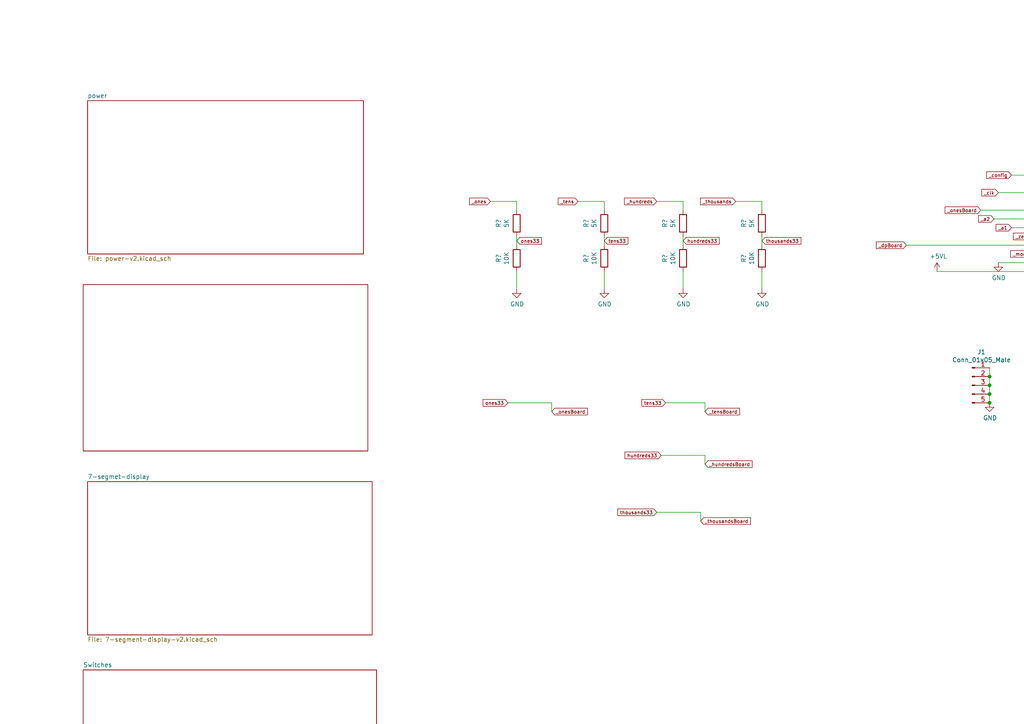
<source format=kicad_sch>
(kicad_sch (version 20230121) (generator eeschema)
  (paper "A4")
  (lib_symbols
    (symbol "menelaos-v2-rescue:+3.3V-power" (power) (pin_names (offset 0))
      (property "Value" "+3.3V-power" (at 0 3.556 0))
      (symbol "+3.3V-power_0_1"
        (polyline (pts (xy -0.762 1.27) (xy 0 2.54)))
        (polyline (pts (xy 0 0) (xy 0 2.54)))
        (polyline (pts (xy 0 2.54) (xy 0.762 1.27)))
      )
      (symbol "+3.3V-power_1_1"
        (pin power_in line (at 0 0 90) (length 0) hide (name "+3V3") (number "1"))
      )
    )
    (symbol "menelaos-v2-rescue:Conn_01x05_Male-Connector" (pin_names (offset 1.016) hide)
      (property "Reference" "J" (at 0 7.62 0))
      (property "Value" "Connector_Conn_01x05_Male" (at 0 -7.62 0))
      (symbol "Conn_01x05_Male-Connector_1_1"
        (polyline (pts (xy 1.27 -5.08) (xy 0.8636 -5.08)) (stroke (width 0.1524)))
        (polyline (pts (xy 1.27 -2.54) (xy 0.8636 -2.54)) (stroke (width 0.1524)))
        (polyline (pts (xy 1.27 0) (xy 0.8636 0)) (stroke (width 0.1524)))
        (polyline (pts (xy 1.27 2.54) (xy 0.8636 2.54)) (stroke (width 0.1524)))
        (polyline (pts (xy 1.27 5.08) (xy 0.8636 5.08)) (stroke (width 0.1524)))
        (rectangle (start 0.8636 -4.953) (end 0 -5.207) (stroke (width 0.1524)) (fill (type outline)))
        (rectangle (start 0.8636 -2.413) (end 0 -2.667) (stroke (width 0.1524)) (fill (type outline)))
        (rectangle (start 0.8636 0.127) (end 0 -0.127) (stroke (width 0.1524)) (fill (type outline)))
        (rectangle (start 0.8636 2.667) (end 0 2.413) (stroke (width 0.1524)) (fill (type outline)))
        (rectangle (start 0.8636 5.207) (end 0 4.953) (stroke (width 0.1524)) (fill (type outline)))
        (pin passive line (at 5.08 5.08 180) (length 3.81) (name "Pin_1") (number "1"))
        (pin passive line (at 5.08 2.54 180) (length 3.81) (name "Pin_2") (number "2"))
        (pin passive line (at 5.08 0 180) (length 3.81) (name "Pin_3") (number "3"))
        (pin passive line (at 5.08 -2.54 180) (length 3.81) (name "Pin_4") (number "4"))
        (pin passive line (at 5.08 -5.08 180) (length 3.81) (name "Pin_5") (number "5"))
      )
    )
    (symbol "menelaos-v2-rescue:ESP32-WROOM-32D-ariadne-ariadne-rescue" (pin_names (offset 1.016))
      (property "Reference" "U" (at 0 -21.59 0))
      (property "Value" "ariadne-rescue_ESP32-WROOM-32D-ariadne" (at 0 21.59 0))
      (symbol "ESP32-WROOM-32D-ariadne-ariadne-rescue_0_1"
        (rectangle (start -12.7 19.05) (end 12.7 -19.05))
      )
      (symbol "ESP32-WROOM-32D-ariadne-ariadne-rescue_1_1"
        (pin input line (at -15.24 17.78 0) (length 2.54) (name "EN") (number "1"))
        (pin input line (at -15.24 -5.08 0) (length 2.54) (name "D27") (number "10"))
        (pin input line (at -15.24 -7.62 0) (length 2.54) (name "D14") (number "11"))
        (pin input line (at -15.24 -10.16 0) (length 2.54) (name "D12") (number "12"))
        (pin input line (at -15.24 -12.7 0) (length 2.54) (name "D13") (number "13"))
        (pin input line (at -15.24 -15.24 0) (length 2.54) (name "GND") (number "14"))
        (pin input line (at -15.24 -17.78 0) (length 2.54) (name "VIN") (number "15"))
        (pin input line (at 15.24 -17.78 180) (length 2.54) (name "3V3") (number "16"))
        (pin input line (at 15.24 -15.24 180) (length 2.54) (name "GND") (number "17"))
        (pin input line (at 15.24 -12.7 180) (length 2.54) (name "D15") (number "18"))
        (pin input line (at 15.24 -10.16 180) (length 2.54) (name "D2") (number "19"))
        (pin input line (at -15.24 15.24 0) (length 2.54) (name "VP") (number "2"))
        (pin input line (at 15.24 -7.62 180) (length 2.54) (name "D4") (number "20"))
        (pin input line (at 15.24 -5.08 180) (length 2.54) (name "RX2") (number "21"))
        (pin input line (at 15.24 -2.54 180) (length 2.54) (name "TX2") (number "22"))
        (pin input line (at 15.24 0 180) (length 2.54) (name "D5") (number "23"))
        (pin input line (at 15.24 2.54 180) (length 2.54) (name "D18") (number "24"))
        (pin input line (at 15.24 5.08 180) (length 2.54) (name "D19") (number "25"))
        (pin input line (at 15.24 7.62 180) (length 2.54) (name "D21") (number "26"))
        (pin input line (at 15.24 10.16 180) (length 2.54) (name "RX0") (number "27"))
        (pin input line (at 15.24 12.7 180) (length 2.54) (name "TX0") (number "28"))
        (pin input line (at 15.24 15.24 180) (length 2.54) (name "D22") (number "29"))
        (pin input line (at -15.24 12.7 0) (length 2.54) (name "VN") (number "3"))
        (pin input line (at 15.24 17.78 180) (length 2.54) (name "D23") (number "30"))
        (pin input line (at -15.24 10.16 0) (length 2.54) (name "D34") (number "4"))
        (pin input line (at -15.24 7.62 0) (length 2.54) (name "D35") (number "5"))
        (pin input line (at -15.24 5.08 0) (length 2.54) (name "D32") (number "6"))
        (pin input line (at -15.24 2.54 0) (length 2.54) (name "D33") (number "7"))
        (pin input line (at -15.24 0 0) (length 2.54) (name "D25") (number "8"))
        (pin input line (at -15.24 -2.54 0) (length 2.54) (name "D26") (number "9"))
      )
    )
    (symbol "menelaos-v2-rescue:R-Device-upuaut_2Nils-rescue" (pin_numbers hide) (pin_names (offset 0))
      (property "Reference" "R" (at 2.032 0 90))
      (property "Value" "upuaut_2Nils-rescue_R-Device" (at 0 0 90))
      (symbol "R-Device-upuaut_2Nils-rescue_0_1"
        (rectangle (start -1.016 -2.54) (end 1.016 2.54) (stroke (width 0.254)))
      )
      (symbol "R-Device-upuaut_2Nils-rescue_1_1"
        (pin passive line (at 0 3.81 270) (length 1.27) (name "~") (number "1"))
        (pin passive line (at 0 -3.81 90) (length 1.27) (name "~") (number "2"))
      )
    )
    (symbol "power:+5VL" (power) (pin_names (offset 0))
      (property "Value" "+5VL" (at 0 3.556 0))
      (symbol "+5VL_0_1"
        (polyline (pts (xy -0.762 1.27) (xy 0 2.54)))
        (polyline (pts (xy 0 0) (xy 0 2.54)))
        (polyline (pts (xy 0 2.54) (xy 0.762 1.27)))
      )
      (symbol "+5VL_1_1"
        (pin power_in line (at 0 0 90) (length 0) hide (name "+5VL") (number "1"))
      )
    )
    (symbol "power:GND" (power) (pin_names (offset 0))
      (property "Value" "GND" (at 0 -3.81 0))
      (symbol "GND_0_1"
        (polyline (pts (xy 0 0) (xy 0 -1.27) (xy 1.27 -1.27) (xy 0 -2.54) (xy -1.27 -1.27) (xy 0 -1.27)))
      )
      (symbol "GND_1_1"
        (pin power_in line (at 0 0 270) (length 0) hide (name "GND") (number "1"))
      )
    )
    (symbol "power:PWR_FLAG" (power) (pin_numbers hide) (pin_names (offset 0) hide)
      (property "Value" "PWR_FLAG" (at 0 3.81 0))
      (symbol "PWR_FLAG_0_0"
        (pin power_out line (at 0 0 90) (length 0) (name "pwr") (number "1"))
      )
      (symbol "PWR_FLAG_0_1"
        (polyline (pts (xy 0 0) (xy 0 1.27) (xy -1.016 1.905) (xy 0 2.54) (xy 1.016 1.905) (xy 0 1.27)))
      )
    )
  )
  (junction (at 332.74 78.74))
  (junction (at 287.02 109.22))
  (junction (at 287.02 111.76))
  (junction (at 287.02 116.84))
  (junction (at 287.02 114.3))
  (no_connect (at 299.72 43.18))
  (no_connect (at 299.72 48.26))
  (no_connect (at 330.2 48.26))
  (no_connect (at 299.72 58.42))
  (no_connect (at 330.2 71.12))
  (no_connect (at 330.2 66.04))
  (no_connect (at 299.72 45.72))
  (no_connect (at 299.72 53.34))
  (no_connect (at 330.2 63.5))
  (no_connect (at 330.2 50.8))
  (wire (pts (xy 262.89 71.12) (xy 299.72 71.12)))
  (wire (pts (xy 330.2 76.2) (xy 368.3 76.2)))
  (wire (pts (xy 336.55 45.72) (xy 330.2 45.72)))
  (wire (pts (xy 287.02 109.22) (xy 287.02 111.76)))
  (wire (pts (xy 332.74 78.74) (xy 349.25 78.74)))
  (wire (pts (xy 198.12 71.12) (xy 198.12 68.58)))
  (wire (pts (xy 287.02 114.3) (xy 287.02 116.84)))
  (wire (pts (xy 293.37 50.8) (xy 299.72 50.8)))
  (wire (pts (xy 287.02 111.76) (xy 287.02 114.3)))
  (wire (pts (xy 293.37 66.04) (xy 299.72 66.04)))
  (wire (pts (xy 203.2 148.59) (xy 203.2 151.13)))
  (wire (pts (xy 330.2 78.74) (xy 332.74 78.74)))
  (wire (pts (xy 149.86 58.42) (xy 142.24 58.42)))
  (wire (pts (xy 368.3 76.2) (xy 368.3 77.47)))
  (wire (pts (xy 341.63 68.58) (xy 330.2 68.58)))
  (wire (pts (xy 220.98 60.96) (xy 220.98 58.42)))
  (wire (pts (xy 342.9 55.88) (xy 330.2 55.88)))
  (wire (pts (xy 198.12 60.96) (xy 198.12 58.42)))
  (wire (pts (xy 220.98 83.82) (xy 220.98 78.74)))
  (wire (pts (xy 149.86 71.12) (xy 149.86 68.58)))
  (wire (pts (xy 160.02 116.84) (xy 160.02 119.38)))
  (wire (pts (xy 289.56 76.2) (xy 299.72 76.2)))
  (wire (pts (xy 198.12 78.74) (xy 198.12 83.82)))
  (wire (pts (xy 336.55 53.34) (xy 330.2 53.34)))
  (wire (pts (xy 346.71 58.42) (xy 330.2 58.42)))
  (wire (pts (xy 204.47 116.84) (xy 204.47 119.38)))
  (wire (pts (xy 288.29 63.5) (xy 299.72 63.5)))
  (wire (pts (xy 340.36 73.66) (xy 330.2 73.66)))
  (wire (pts (xy 271.78 78.74) (xy 299.72 78.74)))
  (wire (pts (xy 175.26 60.96) (xy 175.26 58.42)))
  (wire (pts (xy 147.32 116.84) (xy 160.02 116.84)))
  (wire (pts (xy 204.47 132.08) (xy 204.47 134.62)))
  (wire (pts (xy 149.86 83.82) (xy 149.86 78.74)))
  (wire (pts (xy 287.02 106.68) (xy 287.02 109.22)))
  (wire (pts (xy 149.86 60.96) (xy 149.86 58.42)))
  (wire (pts (xy 175.26 58.42) (xy 167.64 58.42)))
  (wire (pts (xy 342.9 43.18) (xy 330.2 43.18)))
  (wire (pts (xy 220.98 71.12) (xy 220.98 68.58)))
  (wire (pts (xy 190.5 148.59) (xy 203.2 148.59)))
  (wire (pts (xy 336.55 60.96) (xy 330.2 60.96)))
  (wire (pts (xy 191.77 132.08) (xy 204.47 132.08)))
  (wire (pts (xy 220.98 58.42) (xy 213.36 58.42)))
  (wire (pts (xy 175.26 71.12) (xy 175.26 68.58)))
  (wire (pts (xy 175.26 83.82) (xy 175.26 78.74)))
  (wire (pts (xy 284.48 60.96) (xy 299.72 60.96)))
  (wire (pts (xy 198.12 58.42) (xy 190.5 58.42)))
  (wire (pts (xy 289.56 55.88) (xy 299.72 55.88)))
  (wire (pts (xy 193.04 116.84) (xy 204.47 116.84)))
  (global_label "_thousandsBoard" (shape input) (at 203.2 151.13 0) (effects (font (size 0.9906 0.9906))) (property "Intersheetrefs" "${INTERSHEET_REFS}" (effects hide)))
  (global_label "_a1" (shape input) (at 293.37 66.04 180) (effects (font (size 0.9906 0.9906))) (property "Intersheetrefs" "${INTERSHEET_REFS}" (effects hide)))
  (global_label "_onesBoard" (shape input) (at 160.02 119.38 0) (effects (font (size 0.9906 0.9906))) (property "Intersheetrefs" "${INTERSHEET_REFS}" (effects hide)))
  (global_label "ones33" (shape input) (at 147.32 116.84 180) (effects (font (size 0.9906 0.9906))) (property "Intersheetrefs" "${INTERSHEET_REFS}" (effects hide)))
  (global_label "hundreds33" (shape input) (at 198.12 69.85 0) (effects (font (size 0.9906 0.9906))) (property "Intersheetrefs" "${INTERSHEET_REFS}" (effects hide)))
  (global_label "_dpBoard" (shape input) (at 262.89 71.12 180) (effects (font (size 0.9906 0.9906))) (property "Intersheetrefs" "${INTERSHEET_REFS}" (effects hide)))
  (global_label "thousands33" (shape input) (at 220.98 69.85 0) (effects (font (size 0.9906 0.9906))) (property "Intersheetrefs" "${INTERSHEET_REFS}" (effects hide)))
  (global_label "ones33" (shape input) (at 149.86 69.85 0) (effects (font (size 0.9906 0.9906))) (property "Intersheetrefs" "${INTERSHEET_REFS}" (effects hide)))
  (global_label "_hundredsBoard" (shape input) (at 204.47 134.62 0) (effects (font (size 0.9906 0.9906))) (property "Intersheetrefs" "${INTERSHEET_REFS}" (effects hide)))
  (global_label "_mode" (shape input) (at 299.72 73.66 180) (effects (font (size 0.9906 0.9906))) (property "Intersheetrefs" "${INTERSHEET_REFS}" (effects hide)))
  (global_label "_tensBoard" (shape input) (at 342.9 43.18 0) (effects (font (size 0.9906 0.9906))) (property "Intersheetrefs" "${INTERSHEET_REFS}" (effects hide)))
  (global_label "_a4" (shape input) (at 342.9 55.88 0) (effects (font (size 0.9906 0.9906))) (property "Intersheetrefs" "${INTERSHEET_REFS}" (effects hide)))
  (global_label "_hundredsBoard" (shape input) (at 336.55 45.72 0) (effects (font (size 0.9906 0.9906))) (property "Intersheetrefs" "${INTERSHEET_REFS}" (effects hide)))
  (global_label "_chA" (shape input) (at 336.55 53.34 0) (effects (font (size 0.9906 0.9906))) (property "Intersheetrefs" "${INTERSHEET_REFS}" (effects hide)))
  (global_label "_zero" (shape input) (at 299.72 68.58 180) (effects (font (size 0.9906 0.9906))) (property "Intersheetrefs" "${INTERSHEET_REFS}" (effects hide)))
  (global_label "_onesBoard" (shape input) (at 284.48 60.96 180) (effects (font (size 0.9906 0.9906))) (property "Intersheetrefs" "${INTERSHEET_REFS}" (effects hide)))
  (global_label "_tensBoard" (shape input) (at 204.47 119.38 0) (effects (font (size 0.9906 0.9906))) (property "Intersheetrefs" "${INTERSHEET_REFS}" (effects hide)))
  (global_label "_thousandsBoard" (shape input) (at 341.63 68.58 0) (effects (font (size 0.9906 0.9906))) (property "Intersheetrefs" "${INTERSHEET_REFS}" (effects hide)))
  (global_label "thousands33" (shape input) (at 190.5 148.59 180) (effects (font (size 0.9906 0.9906))) (property "Intersheetrefs" "${INTERSHEET_REFS}" (effects hide)))
  (global_label "_a3" (shape input) (at 346.71 58.42 0) (effects (font (size 0.9906 0.9906))) (property "Intersheetrefs" "${INTERSHEET_REFS}" (effects hide)))
  (global_label "_a2" (shape input) (at 288.29 63.5 180) (effects (font (size 0.9906 0.9906))) (property "Intersheetrefs" "${INTERSHEET_REFS}" (effects hide)))
  (global_label "_save" (shape input) (at 340.36 73.66 0) (effects (font (size 0.9906 0.9906))) (property "Intersheetrefs" "${INTERSHEET_REFS}" (effects hide)))
  (global_label "_thousands" (shape input) (at 213.36 58.42 180) (effects (font (size 0.9906 0.9906))) (property "Intersheetrefs" "${INTERSHEET_REFS}" (effects hide)))
  (global_label "_clk" (shape input) (at 289.56 55.88 180) (effects (font (size 0.9906 0.9906))) (property "Intersheetrefs" "${INTERSHEET_REFS}" (effects hide)))
  (global_label "tens33" (shape input) (at 193.04 116.84 180) (effects (font (size 0.9906 0.9906))) (property "Intersheetrefs" "${INTERSHEET_REFS}" (effects hide)))
  (global_label "tens33" (shape input) (at 175.26 69.85 0) (effects (font (size 0.9906 0.9906))) (property "Intersheetrefs" "${INTERSHEET_REFS}" (effects hide)))
  (global_label "_ones" (shape input) (at 142.24 58.42 180) (effects (font (size 0.9906 0.9906))) (property "Intersheetrefs" "${INTERSHEET_REFS}" (effects hide)))
  (global_label "_config" (shape input) (at 293.37 50.8 180) (effects (font (size 0.9906 0.9906))) (property "Intersheetrefs" "${INTERSHEET_REFS}" (effects hide)))
  (global_label "hundreds33" (shape input) (at 191.77 132.08 180) (effects (font (size 0.9906 0.9906))) (property "Intersheetrefs" "${INTERSHEET_REFS}" (effects hide)))
  (global_label "_hundreds" (shape input) (at 190.5 58.42 180) (effects (font (size 0.9906 0.9906))) (property "Intersheetrefs" "${INTERSHEET_REFS}" (effects hide)))
  (global_label "_tens" (shape input) (at 167.64 58.42 180) (effects (font (size 0.9906 0.9906))) (property "Intersheetrefs" "${INTERSHEET_REFS}" (effects hide)))
  (global_label "_chB" (shape input) (at 336.55 60.96 0) (effects (font (size 0.9906 0.9906))) (property "Intersheetrefs" "${INTERSHEET_REFS}" (effects hide)))
  (symbol (lib_id "menelaos-v2-rescue:ESP32-WROOM-32D-ariadne-ariadne-rescue") (at 314.96 60.96 0) (unit 1)
    (property "Reference" "U24" (at 314.96 37.465 0))
    (property "Value" "ESP32-WROOM-32D" (at 314.96 39.7764 0))
    (property "Footprint" "ariadne:ESP32-DEVKIT" (effects hide))
  )
  (symbol (lib_id "power:GND") (at 289.56 76.2 0) (unit 1)
    (property "Reference" "#PWR015" (effects hide))
    (property "Value" "GND" (at 289.687 80.5942 0))
  )
  (symbol (lib_id "power:GND") (at 287.02 116.84 0) (unit 1)
    (property "Reference" "#PWR014" (effects hide))
    (property "Value" "GND" (at 287.147 121.2342 0))
  )
  (symbol (lib_id "menelaos-v2-rescue:Conn_01x05_Male-Connector") (at 281.94 111.76 0) (unit 1)
    (property "Reference" "J1" (at 284.6832 102.0826 0))
    (property "Value" "Conn_01x05_Male" (at 284.6832 104.394 0))
    (property "Footprint" "Connector_PinHeader_2.54mm:PinHeader_1x05_P2.54mm_Vertical" (effects hide))
  )
  (symbol (lib_id "menelaos-v2-rescue:+3.3V-power") (at 349.25 78.74 180) (unit 1)
    (property "Reference" "#PWR019" (effects hide))
    (property "Value" "+3.3V" (at 348.869 83.1342 0))
  )
  (symbol (lib_id "power:PWR_FLAG") (at 332.74 78.74 180) (unit 1)
    (property "Reference" "#FLG05" (effects hide))
    (property "Value" "PWR_FLAG" (at 332.74 83.1342 0))
  )
  (symbol (lib_id "power:GND") (at 368.3 77.47 0) (unit 1)
    (property "Reference" "#PWR0101" (effects hide))
    (property "Value" "GND" (at 368.427 81.8642 0))
  )
  (symbol (lib_id "power:+5VL") (at 271.78 78.74 0) (unit 1)
    (property "Reference" "#PWR0102" (effects hide))
    (property "Value" "+5VL" (at 272.161 74.3458 0))
  )
  (symbol (lib_id "menelaos-v2-rescue:R-Device-upuaut_2Nils-rescue") (at 149.86 64.77 0) (unit 1)
    (property "Reference" "R1" (at 144.6022 64.77 90))
    (property "Value" "5K" (at 146.9136 64.77 90))
    (property "Footprint" "Resistor_THT:R_Axial_DIN0204_L3.6mm_D1.6mm_P7.62mm_Horizontal" (effects hide))
    (instances (project "menelaos-rev3" (path "" (reference "R?") (unit 1)) (path "" (reference "R?") (unit 1))) (project "menelaos-v2" (path "" (reference "R?") (unit 1)) (path "" (reference "R1") (unit 1))))
  )
  (symbol (lib_id "menelaos-v2-rescue:R-Device-upuaut_2Nils-rescue") (at 149.86 74.93 0) (unit 1)
    (property "Reference" "R2" (at 144.6022 74.93 90))
    (property "Value" "10K" (at 146.9136 74.93 90))
    (property "Footprint" "Resistor_THT:R_Axial_DIN0204_L3.6mm_D1.6mm_P7.62mm_Horizontal" (effects hide))
    (instances (project "menelaos-rev3" (path "" (reference "R?") (unit 1)) (path "" (reference "R?") (unit 1))) (project "menelaos-v2" (path "" (reference "R?") (unit 1)) (path "" (reference "R2") (unit 1))))
  )
  (symbol (lib_id "menelaos-v2-rescue:R-Device-upuaut_2Nils-rescue") (at 175.26 64.77 0) (unit 1)
    (property "Reference" "R3" (at 170.0022 64.77 90))
    (property "Value" "5K" (at 172.3136 64.77 90))
    (property "Footprint" "Resistor_THT:R_Axial_DIN0204_L3.6mm_D1.6mm_P7.62mm_Horizontal" (effects hide))
    (instances (project "menelaos-rev3" (path "" (reference "R?") (unit 1)) (path "" (reference "R?") (unit 1))) (project "menelaos-v2" (path "" (reference "R?") (unit 1)) (path "" (reference "R3") (unit 1))))
  )
  (symbol (lib_id "menelaos-v2-rescue:R-Device-upuaut_2Nils-rescue") (at 175.26 74.93 0) (unit 1)
    (property "Reference" "R4" (at 170.0022 74.93 90))
    (property "Value" "10K" (at 172.3136 74.93 90))
    (property "Footprint" "Resistor_THT:R_Axial_DIN0204_L3.6mm_D1.6mm_P7.62mm_Horizontal" (effects hide))
    (instances (project "menelaos-rev3" (path "" (reference "R?") (unit 1)) (path "" (reference "R?") (unit 1))) (project "menelaos-v2" (path "" (reference "R?") (unit 1)) (path "" (reference "R4") (unit 1))))
  )
  (symbol (lib_id "menelaos-v2-rescue:R-Device-upuaut_2Nils-rescue") (at 198.12 64.77 0) (unit 1)
    (property "Reference" "R5" (at 192.8622 64.77 90))
    (property "Value" "5K" (at 195.1736 64.77 90))
    (property "Footprint" "Resistor_THT:R_Axial_DIN0204_L3.6mm_D1.6mm_P7.62mm_Horizontal" (effects hide))
    (instances (project "menelaos-rev3" (path "" (reference "R?") (unit 1)) (path "" (reference "R?") (unit 1))) (project "menelaos-v2" (path "" (reference "R?") (unit 1)) (path "" (reference "R5") (unit 1))))
  )
  (symbol (lib_id "menelaos-v2-rescue:R-Device-upuaut_2Nils-rescue") (at 198.12 74.93 0) (unit 1)
    (property "Reference" "R6" (at 192.8622 74.93 90))
    (property "Value" "10K" (at 195.1736 74.93 90))
    (property "Footprint" "Resistor_THT:R_Axial_DIN0204_L3.6mm_D1.6mm_P7.62mm_Horizontal" (effects hide))
    (instances (project "menelaos-rev3" (path "" (reference "R?") (unit 1)) (path "" (reference "R?") (unit 1))) (project "menelaos-v2" (path "" (reference "R?") (unit 1)) (path "" (reference "R6") (unit 1))))
  )
  (symbol (lib_id "menelaos-v2-rescue:R-Device-upuaut_2Nils-rescue") (at 220.98 64.77 0) (unit 1)
    (property "Reference" "R7" (at 215.7222 64.77 90))
    (property "Value" "5K" (at 218.0336 64.77 90))
    (property "Footprint" "Resistor_THT:R_Axial_DIN0204_L3.6mm_D1.6mm_P7.62mm_Horizontal" (effects hide))
    (instances (project "menelaos-rev3" (path "" (reference "R?") (unit 1)) (path "" (reference "R?") (unit 1))) (project "menelaos-v2" (path "" (reference "R?") (unit 1)) (path "" (reference "R7") (unit 1))))
  )
  (symbol (lib_id "menelaos-v2-rescue:R-Device-upuaut_2Nils-rescue") (at 220.98 74.93 0) (unit 1)
    (property "Reference" "R8" (at 215.7222 74.93 90))
    (property "Value" "10K" (at 218.0336 74.93 90))
    (property "Footprint" "Resistor_THT:R_Axial_DIN0204_L3.6mm_D1.6mm_P7.62mm_Horizontal" (effects hide))
    (instances (project "menelaos-rev3" (path "" (reference "R?") (unit 1)) (path "" (reference "R?") (unit 1))) (project "menelaos-v2" (path "" (reference "R?") (unit 1)) (path "" (reference "R8") (unit 1))))
  )
  (symbol (lib_id "power:GND") (at 175.26 83.82 0) (unit 1)
    (property "Reference" "#PWR02" (effects hide))
    (property "Value" "GND" (at 175.387 88.2142 0))
  )
  (symbol (lib_id "power:GND") (at 220.98 83.82 0) (unit 1)
    (property "Reference" "#PWR04" (effects hide))
    (property "Value" "GND" (at 221.107 88.2142 0))
  )
  (symbol (lib_id "power:GND") (at 198.12 83.82 0) (unit 1)
    (property "Reference" "#PWR03" (effects hide))
    (property "Value" "GND" (at 198.247 88.2142 0))
  )
  (symbol (lib_id "power:GND") (at 149.86 83.82 0) (unit 1)
    (property "Reference" "#PWR01" (effects hide))
    (property "Value" "GND" (at 149.987 88.2142 0))
  )
  (sheet (at 25.4 139.7) (size 82.55 44.45)
    (property "Sheetname" "7-segmet-display" (at 25.4 138.9884 0) (effects (justify left bottom)))
    (property "Sheetfile" "7-segment-display-v2.kicad_sch" (at 25.4 184.7346 0) (effects (justify left top)))
  )
  (sheet (at 25.4 29.21) (size 80.01 44.45)
    (property "Sheetname" "power" (at 25.4 28.4984 0) (effects (justify left bottom)))
    (property "Sheetfile" "power-v2.kicad_sch" (at 25.4 74.2446 0) (effects (justify left top)))
  )
  (sheet (at 24.13 194.31) (size 85.09 44.45)
    (property "Sheetname" "Switches" (at 24.13 193.5984 0) (effects (justify left bottom)))
    (property "Sheetfile" "Switches.kicad_sch" (at 24.13 239.3446 0) (effects (justify left top)))
  )
  (sheet (at 24.13 82.55) (size 82.55 48.26)
    (property "Sheetname" "cable-v2" (at 24.13 82.4734 0) (effects (font (size 0 0)) (justify left bottom)))
    (property "Sheetfile" "cable-v2.kicad_sch" (at 24.13 130.8866 0) (effects (font (size 0 0)) (justify left top)))
  )
)
</source>
